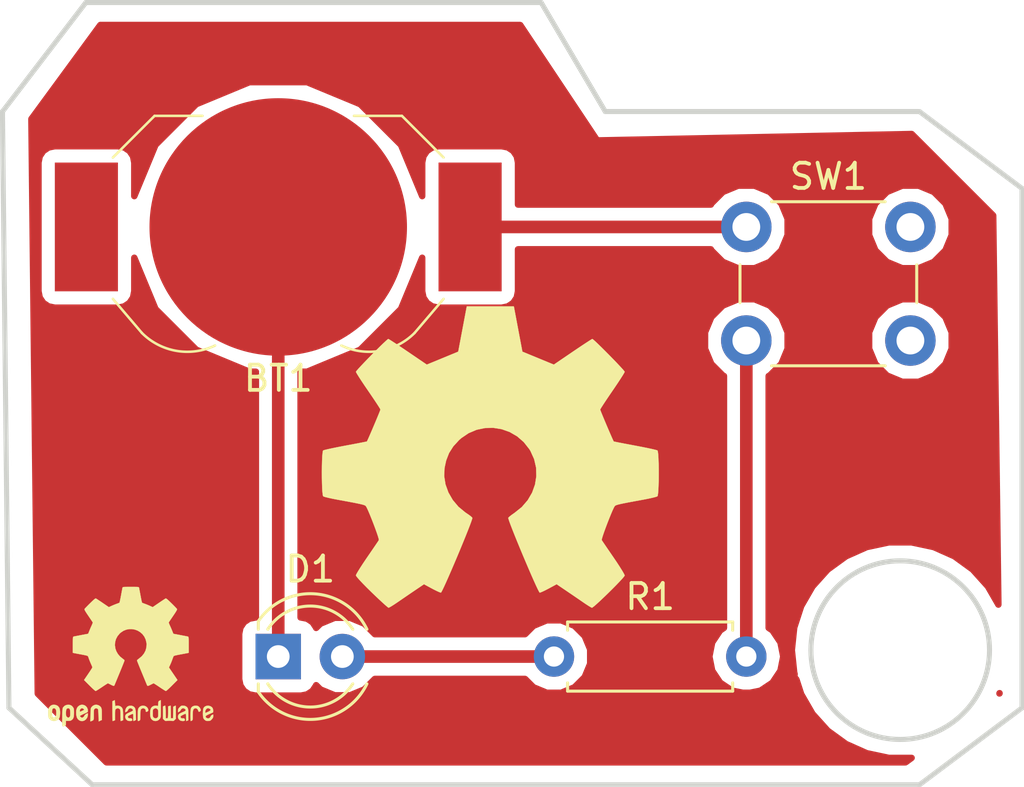
<source format=kicad_pcb>
(kicad_pcb (version 20171130) (host pcbnew 5.0.0-fee4fd1~66~ubuntu18.04.1)

  (general
    (thickness 1.6)
    (drawings 12)
    (tracks 5)
    (zones 0)
    (modules 6)
    (nets 5)
  )

  (page A4)
  (layers
    (0 F.Cu signal)
    (31 B.Cu signal)
    (32 B.Adhes user)
    (33 F.Adhes user)
    (34 B.Paste user)
    (35 F.Paste user)
    (36 B.SilkS user)
    (37 F.SilkS user)
    (38 B.Mask user)
    (39 F.Mask user)
    (40 Dwgs.User user)
    (41 Cmts.User user)
    (42 Eco1.User user)
    (43 Eco2.User user)
    (44 Edge.Cuts user)
    (45 Margin user)
    (46 B.CrtYd user)
    (47 F.CrtYd user)
    (48 B.Fab user)
    (49 F.Fab user)
  )

  (setup
    (last_trace_width 0.5)
    (trace_clearance 0.5)
    (zone_clearance 0.508)
    (zone_45_only no)
    (trace_min 0.5)
    (segment_width 0.2)
    (edge_width 0.2)
    (via_size 0.8)
    (via_drill 0.4)
    (via_min_size 0.4)
    (via_min_drill 0.3)
    (uvia_size 0.3)
    (uvia_drill 0.1)
    (uvias_allowed no)
    (uvia_min_size 0.2)
    (uvia_min_drill 0.1)
    (pcb_text_width 0.3)
    (pcb_text_size 1.5 1.5)
    (mod_edge_width 0.15)
    (mod_text_size 1 1)
    (mod_text_width 0.15)
    (pad_size 1.524 1.524)
    (pad_drill 0.762)
    (pad_to_mask_clearance 0.2)
    (aux_axis_origin 0 0)
    (visible_elements FFFFFF7F)
    (pcbplotparams
      (layerselection 0x010fc_ffffffff)
      (usegerberextensions false)
      (usegerberattributes false)
      (usegerberadvancedattributes false)
      (creategerberjobfile false)
      (excludeedgelayer true)
      (linewidth 0.100000)
      (plotframeref false)
      (viasonmask false)
      (mode 1)
      (useauxorigin false)
      (hpglpennumber 1)
      (hpglpenspeed 20)
      (hpglpendiameter 15.000000)
      (psnegative false)
      (psa4output false)
      (plotreference true)
      (plotvalue true)
      (plotinvisibletext false)
      (padsonsilk false)
      (subtractmaskfromsilk false)
      (outputformat 1)
      (mirror false)
      (drillshape 1)
      (scaleselection 1)
      (outputdirectory ""))
  )

  (net 0 "")
  (net 1 "Net-(BT1-Pad1)")
  (net 2 "Net-(BT1-Pad2)")
  (net 3 "Net-(D1-Pad2)")
  (net 4 "Net-(R1-Pad2)")

  (net_class Default "This is the default net class."
    (clearance 0.5)
    (trace_width 0.5)
    (via_dia 0.8)
    (via_drill 0.4)
    (uvia_dia 0.3)
    (uvia_drill 0.1)
    (diff_pair_gap 0.25)
    (diff_pair_width 0.5)
    (add_net "Net-(BT1-Pad1)")
    (add_net "Net-(BT1-Pad2)")
    (add_net "Net-(D1-Pad2)")
    (add_net "Net-(R1-Pad2)")
  )

  (module Battery:BatteryHolder_LINX_BAT-HLD-012-SMT (layer F.Cu) (tedit 5A2328BA) (tstamp 5B9EB02E)
    (at 122.174 67.056)
    (descr "SMT battery holder for CR1216/1220/1225 ")
    (tags "battery holder coin cell cr1216 cr1220 cr1225")
    (path /5B928D08)
    (attr smd)
    (fp_text reference BT1 (at 0 6) (layer F.SilkS)
      (effects (font (size 1 1) (thickness 0.15)))
    )
    (fp_text value Battery_Cell (at 0 -7) (layer F.Fab)
      (effects (font (size 1 1) (thickness 0.15)))
    )
    (fp_line (start 6.55 2.85) (end 5.4 4.2) (layer F.SilkS) (width 0.1))
    (fp_line (start -6.55 2.85) (end -5.4 4.2) (layer F.SilkS) (width 0.1))
    (fp_line (start -4.9 -4.4) (end -3 -4.4) (layer F.SilkS) (width 0.1))
    (fp_line (start 4.9 -4.4) (end 3 -4.4) (layer F.SilkS) (width 0.1))
    (fp_line (start 4.9 -4.4) (end 6.55 -2.75) (layer F.SilkS) (width 0.1))
    (fp_line (start -6.55 -2.75) (end -4.9 -4.4) (layer F.SilkS) (width 0.1))
    (fp_line (start 6.55 -2.75) (end 6.75 -2.75) (layer F.Fab) (width 0.1))
    (fp_line (start 6.55 -2.75) (end 6.7 -2.9) (layer F.Fab) (width 0.1))
    (fp_line (start 5.05 -4.55) (end 4.9 -4.4) (layer F.Fab) (width 0.1))
    (fp_line (start -5.05 -4.55) (end -4.9 -4.4) (layer F.Fab) (width 0.1))
    (fp_line (start -6.55 -2.75) (end -6.7 -2.9) (layer F.Fab) (width 0.1))
    (fp_line (start -6.75 -2.75) (end -6.55 -2.75) (layer F.Fab) (width 0.1))
    (fp_line (start 6.75 2.85) (end 6.55 2.85) (layer F.Fab) (width 0.1))
    (fp_line (start -6.75 2.85) (end -6.55 2.85) (layer F.Fab) (width 0.1))
    (fp_line (start -3.55 6.75) (end -7.25 3.05) (layer F.CrtYd) (width 0.05))
    (fp_line (start 3.55 6.75) (end 7.25 3.05) (layer F.CrtYd) (width 0.05))
    (fp_line (start -3.55 6.75) (end 3.55 6.75) (layer F.CrtYd) (width 0.05))
    (fp_line (start 9.35 3.05) (end 7.25 3.05) (layer F.CrtYd) (width 0.05))
    (fp_line (start 9.35 -3.05) (end 9.35 3.05) (layer F.CrtYd) (width 0.05))
    (fp_line (start 7.25 -3.05) (end 9.35 -3.05) (layer F.CrtYd) (width 0.05))
    (fp_line (start 3.55 -6.75) (end 7.25 -3.05) (layer F.CrtYd) (width 0.05))
    (fp_line (start -3.55 -6.75) (end 3.55 -6.75) (layer F.CrtYd) (width 0.05))
    (fp_line (start -7.25 -3.05) (end -3.55 -6.75) (layer F.CrtYd) (width 0.05))
    (fp_line (start -9.35 3.05) (end -7.25 3.05) (layer F.CrtYd) (width 0.05))
    (fp_line (start -9.35 -3.05) (end -7.25 -3.05) (layer F.CrtYd) (width 0.05))
    (fp_line (start -9.35 3.05) (end -9.35 -3.05) (layer F.CrtYd) (width 0.05))
    (fp_circle (center 0 0) (end -6.25 0) (layer F.Fab) (width 0.1))
    (fp_arc (start 0 6) (end -1.8 4.2) (angle 90) (layer F.Fab) (width 0.1))
    (fp_arc (start 3.6 2.4) (end 5.4 4.2) (angle 70.55996517) (layer F.SilkS) (width 0.1))
    (fp_line (start 6.55 2.85) (end 5.4 4.2) (layer F.Fab) (width 0.1))
    (fp_line (start -6.55 2.85) (end -5.4 4.2) (layer F.Fab) (width 0.1))
    (fp_line (start -6.55 -2.75) (end -4.9 -4.4) (layer F.Fab) (width 0.1))
    (fp_line (start -6.55 2.85) (end -6.55 -2.75) (layer F.Fab) (width 0.1))
    (fp_line (start 6.55 -2.75) (end 4.9 -4.4) (layer F.Fab) (width 0.1))
    (fp_line (start 6.55 2.85) (end 6.55 -2.75) (layer F.Fab) (width 0.1))
    (fp_line (start 6.7 -2.9) (end 5.05 -4.55) (layer F.Fab) (width 0.1))
    (fp_line (start -6.7 -2.9) (end -5.05 -4.55) (layer F.Fab) (width 0.1))
    (fp_line (start 4.9 -4.4) (end -4.9 -4.4) (layer F.Fab) (width 0.1))
    (fp_line (start 6.75 2.85) (end 6.75 -2.75) (layer F.Fab) (width 0.1))
    (fp_line (start -6.75 2.85) (end -6.75 -2.75) (layer F.Fab) (width 0.1))
    (fp_line (start 7.65 -2.55) (end 6.75 -2.55) (layer F.Fab) (width 0.1))
    (fp_line (start 7.65 -0.55) (end 7.65 -2.55) (layer F.Fab) (width 0.1))
    (fp_line (start 6.75 -0.55) (end 7.65 -0.55) (layer F.Fab) (width 0.1))
    (fp_line (start 7.65 0.55) (end 6.75 0.55) (layer F.Fab) (width 0.1))
    (fp_line (start 7.65 2.55) (end 7.65 0.55) (layer F.Fab) (width 0.1))
    (fp_line (start 6.75 2.55) (end 7.65 2.55) (layer F.Fab) (width 0.1))
    (fp_line (start -7.65 2.55) (end -6.75 2.55) (layer F.Fab) (width 0.1))
    (fp_line (start -7.65 0.55) (end -7.65 2.55) (layer F.Fab) (width 0.1))
    (fp_line (start -6.75 0.55) (end -7.65 0.55) (layer F.Fab) (width 0.1))
    (fp_line (start -7.65 -0.55) (end -6.75 -0.55) (layer F.Fab) (width 0.1))
    (fp_line (start -7.65 -2.55) (end -6.75 -2.55) (layer F.Fab) (width 0.1))
    (fp_line (start -7.65 -2.55) (end -7.65 -0.55) (layer F.Fab) (width 0.1))
    (fp_text user %R (at 0 0) (layer F.Fab)
      (effects (font (size 1 1) (thickness 0.15)))
    )
    (fp_arc (start 3.6 2.4) (end 5.4 4.2) (angle 90) (layer F.Fab) (width 0.1))
    (fp_arc (start -3.6 2.4) (end -1.8 4.2) (angle 90) (layer F.Fab) (width 0.1))
    (fp_arc (start -3.6 2.4) (end -5.4 4.2) (angle -70.5) (layer F.SilkS) (width 0.1))
    (pad 1 smd rect (at -7.6 0) (size 2.5 5.1) (layers F.Cu F.Paste F.Mask)
      (net 1 "Net-(BT1-Pad1)"))
    (pad 1 smd rect (at 7.6 0) (size 2.5 5.1) (layers F.Cu F.Paste F.Mask)
      (net 1 "Net-(BT1-Pad1)"))
    (pad 2 smd circle (at 0 0) (size 10.2 10.2) (layers F.Cu F.Paste F.Mask)
      (net 2 "Net-(BT1-Pad2)"))
    (model ${KISYS3DMOD}/Battery.3dshapes/BatteryHolder_LINX_BAT-HLD-012-SMT.wrl
      (at (xyz 0 0 0))
      (scale (xyz 1 1 1))
      (rotate (xyz 0 0 0))
    )
  )

  (module LED_THT:LED_D4.0mm (layer F.Cu) (tedit 587A3A7B) (tstamp 5B9EB041)
    (at 122.174 84.074)
    (descr "LED, diameter 4.0mm, 2 pins, http://www.kingbright.com/attachments/file/psearch/000/00/00/L-43GD(Ver.12B).pdf")
    (tags "LED diameter 4.0mm 2 pins")
    (path /5B928C57)
    (fp_text reference D1 (at 1.27 -3.46) (layer F.SilkS)
      (effects (font (size 1 1) (thickness 0.15)))
    )
    (fp_text value LED (at 1.27 3.46) (layer F.Fab)
      (effects (font (size 1 1) (thickness 0.15)))
    )
    (fp_arc (start 1.27 0) (end -0.73 -1.32665) (angle 292.9) (layer F.Fab) (width 0.1))
    (fp_arc (start 1.27 0) (end -0.79 -1.398749) (angle 120.1) (layer F.SilkS) (width 0.12))
    (fp_arc (start 1.27 0) (end -0.79 1.398749) (angle -120.1) (layer F.SilkS) (width 0.12))
    (fp_arc (start 1.27 0) (end -0.41333 -1.08) (angle 114.6) (layer F.SilkS) (width 0.12))
    (fp_arc (start 1.27 0) (end -0.41333 1.08) (angle -114.6) (layer F.SilkS) (width 0.12))
    (fp_circle (center 1.27 0) (end 3.27 0) (layer F.Fab) (width 0.1))
    (fp_line (start -0.73 -1.32665) (end -0.73 1.32665) (layer F.Fab) (width 0.1))
    (fp_line (start -0.79 -1.399) (end -0.79 -1.08) (layer F.SilkS) (width 0.12))
    (fp_line (start -0.79 1.08) (end -0.79 1.399) (layer F.SilkS) (width 0.12))
    (fp_line (start -1.45 -2.75) (end -1.45 2.75) (layer F.CrtYd) (width 0.05))
    (fp_line (start -1.45 2.75) (end 4 2.75) (layer F.CrtYd) (width 0.05))
    (fp_line (start 4 2.75) (end 4 -2.75) (layer F.CrtYd) (width 0.05))
    (fp_line (start 4 -2.75) (end -1.45 -2.75) (layer F.CrtYd) (width 0.05))
    (pad 1 thru_hole rect (at 0 0) (size 1.8 1.8) (drill 0.9) (layers *.Cu *.Mask)
      (net 2 "Net-(BT1-Pad2)"))
    (pad 2 thru_hole circle (at 2.54 0) (size 1.8 1.8) (drill 0.9) (layers *.Cu *.Mask)
      (net 3 "Net-(D1-Pad2)"))
    (model ${KISYS3DMOD}/LED_THT.3dshapes/LED_D4.0mm.wrl
      (at (xyz 0 0 0))
      (scale (xyz 1 1 1))
      (rotate (xyz 0 0 0))
    )
  )

  (module Resistor_THT:R_Axial_DIN0207_L6.3mm_D2.5mm_P7.62mm_Horizontal (layer F.Cu) (tedit 5A24F4B6) (tstamp 5B9EB058)
    (at 133.096 84.074)
    (descr "Resistor, Axial_DIN0207 series, Axial, Horizontal, pin pitch=7.62mm, 0.25W = 1/4W, length*diameter=6.3*2.5mm^2, http://cdn-reichelt.de/documents/datenblatt/B400/1_4W%23YAG.pdf")
    (tags "Resistor Axial_DIN0207 series Axial Horizontal pin pitch 7.62mm 0.25W = 1/4W length 6.3mm diameter 2.5mm")
    (path /5B928DA8)
    (fp_text reference R1 (at 3.81 -2.37) (layer F.SilkS)
      (effects (font (size 1 1) (thickness 0.15)))
    )
    (fp_text value R (at 3.81 2.37) (layer F.Fab)
      (effects (font (size 1 1) (thickness 0.15)))
    )
    (fp_line (start 0.66 -1.25) (end 0.66 1.25) (layer F.Fab) (width 0.1))
    (fp_line (start 0.66 1.25) (end 6.96 1.25) (layer F.Fab) (width 0.1))
    (fp_line (start 6.96 1.25) (end 6.96 -1.25) (layer F.Fab) (width 0.1))
    (fp_line (start 6.96 -1.25) (end 0.66 -1.25) (layer F.Fab) (width 0.1))
    (fp_line (start 0 0) (end 0.66 0) (layer F.Fab) (width 0.1))
    (fp_line (start 7.62 0) (end 6.96 0) (layer F.Fab) (width 0.1))
    (fp_line (start 0.54 -1.04) (end 0.54 -1.37) (layer F.SilkS) (width 0.12))
    (fp_line (start 0.54 -1.37) (end 7.08 -1.37) (layer F.SilkS) (width 0.12))
    (fp_line (start 7.08 -1.37) (end 7.08 -1.04) (layer F.SilkS) (width 0.12))
    (fp_line (start 0.54 1.04) (end 0.54 1.37) (layer F.SilkS) (width 0.12))
    (fp_line (start 0.54 1.37) (end 7.08 1.37) (layer F.SilkS) (width 0.12))
    (fp_line (start 7.08 1.37) (end 7.08 1.04) (layer F.SilkS) (width 0.12))
    (fp_line (start -1.05 -1.65) (end -1.05 1.65) (layer F.CrtYd) (width 0.05))
    (fp_line (start -1.05 1.65) (end 8.7 1.65) (layer F.CrtYd) (width 0.05))
    (fp_line (start 8.7 1.65) (end 8.7 -1.65) (layer F.CrtYd) (width 0.05))
    (fp_line (start 8.7 -1.65) (end -1.05 -1.65) (layer F.CrtYd) (width 0.05))
    (fp_text user %R (at 3.81 0) (layer F.Fab)
      (effects (font (size 1 1) (thickness 0.15)))
    )
    (pad 1 thru_hole circle (at 0 0) (size 1.6 1.6) (drill 0.8) (layers *.Cu *.Mask)
      (net 3 "Net-(D1-Pad2)"))
    (pad 2 thru_hole oval (at 7.62 0) (size 1.6 1.6) (drill 0.8) (layers *.Cu *.Mask)
      (net 4 "Net-(R1-Pad2)"))
    (model ${KISYS3DMOD}/Resistor_THT.3dshapes/R_Axial_DIN0207_L6.3mm_D2.5mm_P7.62mm_Horizontal.wrl
      (at (xyz 0 0 0))
      (scale (xyz 1 1 1))
      (rotate (xyz 0 0 0))
    )
  )

  (module Button_Switch_THT:SW_PUSH_6mm_H5mm (layer F.Cu) (tedit 5A02FE31) (tstamp 5B9EB077)
    (at 140.716 67.056)
    (descr "tactile push button, 6x6mm e.g. PHAP33xx series, height=5mm")
    (tags "tact sw push 6mm")
    (path /5B928BCD)
    (fp_text reference SW1 (at 3.25 -2) (layer F.SilkS)
      (effects (font (size 1 1) (thickness 0.15)))
    )
    (fp_text value SW_Push (at 3.75 6.7) (layer F.Fab)
      (effects (font (size 1 1) (thickness 0.15)))
    )
    (fp_text user %R (at 3.25 2.25) (layer F.Fab)
      (effects (font (size 1 1) (thickness 0.15)))
    )
    (fp_line (start 3.25 -0.75) (end 6.25 -0.75) (layer F.Fab) (width 0.1))
    (fp_line (start 6.25 -0.75) (end 6.25 5.25) (layer F.Fab) (width 0.1))
    (fp_line (start 6.25 5.25) (end 0.25 5.25) (layer F.Fab) (width 0.1))
    (fp_line (start 0.25 5.25) (end 0.25 -0.75) (layer F.Fab) (width 0.1))
    (fp_line (start 0.25 -0.75) (end 3.25 -0.75) (layer F.Fab) (width 0.1))
    (fp_line (start 7.75 6) (end 8 6) (layer F.CrtYd) (width 0.05))
    (fp_line (start 8 6) (end 8 5.75) (layer F.CrtYd) (width 0.05))
    (fp_line (start 7.75 -1.5) (end 8 -1.5) (layer F.CrtYd) (width 0.05))
    (fp_line (start 8 -1.5) (end 8 -1.25) (layer F.CrtYd) (width 0.05))
    (fp_line (start -1.5 -1.25) (end -1.5 -1.5) (layer F.CrtYd) (width 0.05))
    (fp_line (start -1.5 -1.5) (end -1.25 -1.5) (layer F.CrtYd) (width 0.05))
    (fp_line (start -1.5 5.75) (end -1.5 6) (layer F.CrtYd) (width 0.05))
    (fp_line (start -1.5 6) (end -1.25 6) (layer F.CrtYd) (width 0.05))
    (fp_line (start -1.25 -1.5) (end 7.75 -1.5) (layer F.CrtYd) (width 0.05))
    (fp_line (start -1.5 5.75) (end -1.5 -1.25) (layer F.CrtYd) (width 0.05))
    (fp_line (start 7.75 6) (end -1.25 6) (layer F.CrtYd) (width 0.05))
    (fp_line (start 8 -1.25) (end 8 5.75) (layer F.CrtYd) (width 0.05))
    (fp_line (start 1 5.5) (end 5.5 5.5) (layer F.SilkS) (width 0.12))
    (fp_line (start -0.25 1.5) (end -0.25 3) (layer F.SilkS) (width 0.12))
    (fp_line (start 5.5 -1) (end 1 -1) (layer F.SilkS) (width 0.12))
    (fp_line (start 6.75 3) (end 6.75 1.5) (layer F.SilkS) (width 0.12))
    (fp_circle (center 3.25 2.25) (end 1.25 2.5) (layer F.Fab) (width 0.1))
    (pad 2 thru_hole circle (at 0 4.5 90) (size 2 2) (drill 1.1) (layers *.Cu *.Mask)
      (net 4 "Net-(R1-Pad2)"))
    (pad 1 thru_hole circle (at 0 0 90) (size 2 2) (drill 1.1) (layers *.Cu *.Mask)
      (net 1 "Net-(BT1-Pad1)"))
    (pad 2 thru_hole circle (at 6.5 4.5 90) (size 2 2) (drill 1.1) (layers *.Cu *.Mask)
      (net 4 "Net-(R1-Pad2)"))
    (pad 1 thru_hole circle (at 6.5 0 90) (size 2 2) (drill 1.1) (layers *.Cu *.Mask)
      (net 1 "Net-(BT1-Pad1)"))
    (model ${KISYS3DMOD}/Button_Switch_THT.3dshapes/SW_PUSH_6mm_H5mm.wrl
      (at (xyz 0 0 0))
      (scale (xyz 1 1 1))
      (rotate (xyz 0 0 0))
    )
  )

  (module Symbol:OSHW-Logo2_7.3x6mm_SilkScreen (layer F.Cu) (tedit 0) (tstamp 5BA051DE)
    (at 116.332 84.074)
    (descr "Open Source Hardware Symbol")
    (tags "Logo Symbol OSHW")
    (attr virtual)
    (fp_text reference REF** (at 0 0) (layer F.SilkS) hide
      (effects (font (size 1 1) (thickness 0.15)))
    )
    (fp_text value OSHW-Logo2_7.3x6mm_SilkScreen (at 0.75 0) (layer F.Fab) hide
      (effects (font (size 1 1) (thickness 0.15)))
    )
    (fp_poly (pts (xy 0.10391 -2.757652) (xy 0.182454 -2.757222) (xy 0.239298 -2.756058) (xy 0.278105 -2.753793)
      (xy 0.302538 -2.75006) (xy 0.316262 -2.744494) (xy 0.32294 -2.736727) (xy 0.326236 -2.726395)
      (xy 0.326556 -2.725057) (xy 0.331562 -2.700921) (xy 0.340829 -2.653299) (xy 0.353392 -2.587259)
      (xy 0.368287 -2.507872) (xy 0.384551 -2.420204) (xy 0.385119 -2.417125) (xy 0.40141 -2.331211)
      (xy 0.416652 -2.255304) (xy 0.429861 -2.193955) (xy 0.440054 -2.151718) (xy 0.446248 -2.133145)
      (xy 0.446543 -2.132816) (xy 0.464788 -2.123747) (xy 0.502405 -2.108633) (xy 0.551271 -2.090738)
      (xy 0.551543 -2.090642) (xy 0.613093 -2.067507) (xy 0.685657 -2.038035) (xy 0.754057 -2.008403)
      (xy 0.757294 -2.006938) (xy 0.868702 -1.956374) (xy 1.115399 -2.12484) (xy 1.191077 -2.176197)
      (xy 1.259631 -2.222111) (xy 1.317088 -2.25997) (xy 1.359476 -2.287163) (xy 1.382825 -2.301079)
      (xy 1.385042 -2.302111) (xy 1.40201 -2.297516) (xy 1.433701 -2.275345) (xy 1.481352 -2.234553)
      (xy 1.546198 -2.174095) (xy 1.612397 -2.109773) (xy 1.676214 -2.046388) (xy 1.733329 -1.988549)
      (xy 1.780305 -1.939825) (xy 1.813703 -1.90379) (xy 1.830085 -1.884016) (xy 1.830694 -1.882998)
      (xy 1.832505 -1.869428) (xy 1.825683 -1.847267) (xy 1.80854 -1.813522) (xy 1.779393 -1.7652)
      (xy 1.736555 -1.699308) (xy 1.679448 -1.614483) (xy 1.628766 -1.539823) (xy 1.583461 -1.47286)
      (xy 1.54615 -1.417484) (xy 1.519452 -1.37758) (xy 1.505985 -1.357038) (xy 1.505137 -1.355644)
      (xy 1.506781 -1.335962) (xy 1.519245 -1.297707) (xy 1.540048 -1.248111) (xy 1.547462 -1.232272)
      (xy 1.579814 -1.16171) (xy 1.614328 -1.081647) (xy 1.642365 -1.012371) (xy 1.662568 -0.960955)
      (xy 1.678615 -0.921881) (xy 1.687888 -0.901459) (xy 1.689041 -0.899886) (xy 1.706096 -0.897279)
      (xy 1.746298 -0.890137) (xy 1.804302 -0.879477) (xy 1.874763 -0.866315) (xy 1.952335 -0.851667)
      (xy 2.031672 -0.836551) (xy 2.107431 -0.821982) (xy 2.174264 -0.808978) (xy 2.226828 -0.798555)
      (xy 2.259776 -0.79173) (xy 2.267857 -0.789801) (xy 2.276205 -0.785038) (xy 2.282506 -0.774282)
      (xy 2.287045 -0.753902) (xy 2.290104 -0.720266) (xy 2.291967 -0.669745) (xy 2.292918 -0.598708)
      (xy 2.29324 -0.503524) (xy 2.293257 -0.464508) (xy 2.293257 -0.147201) (xy 2.217057 -0.132161)
      (xy 2.174663 -0.124005) (xy 2.1114 -0.112101) (xy 2.034962 -0.097884) (xy 1.953043 -0.08279)
      (xy 1.9304 -0.078645) (xy 1.854806 -0.063947) (xy 1.788953 -0.049495) (xy 1.738366 -0.036625)
      (xy 1.708574 -0.026678) (xy 1.703612 -0.023713) (xy 1.691426 -0.002717) (xy 1.673953 0.037967)
      (xy 1.654577 0.090322) (xy 1.650734 0.1016) (xy 1.625339 0.171523) (xy 1.593817 0.250418)
      (xy 1.562969 0.321266) (xy 1.562817 0.321595) (xy 1.511447 0.432733) (xy 1.680399 0.681253)
      (xy 1.849352 0.929772) (xy 1.632429 1.147058) (xy 1.566819 1.211726) (xy 1.506979 1.268733)
      (xy 1.456267 1.315033) (xy 1.418046 1.347584) (xy 1.395675 1.363343) (xy 1.392466 1.364343)
      (xy 1.373626 1.356469) (xy 1.33518 1.334578) (xy 1.28133 1.301267) (xy 1.216276 1.259131)
      (xy 1.14594 1.211943) (xy 1.074555 1.16381) (xy 1.010908 1.121928) (xy 0.959041 1.088871)
      (xy 0.922995 1.067218) (xy 0.906867 1.059543) (xy 0.887189 1.066037) (xy 0.849875 1.08315)
      (xy 0.802621 1.107326) (xy 0.797612 1.110013) (xy 0.733977 1.141927) (xy 0.690341 1.157579)
      (xy 0.663202 1.157745) (xy 0.649057 1.143204) (xy 0.648975 1.143) (xy 0.641905 1.125779)
      (xy 0.625042 1.084899) (xy 0.599695 1.023525) (xy 0.567171 0.944819) (xy 0.528778 0.851947)
      (xy 0.485822 0.748072) (xy 0.444222 0.647502) (xy 0.398504 0.536516) (xy 0.356526 0.433703)
      (xy 0.319548 0.342215) (xy 0.288827 0.265201) (xy 0.265622 0.205815) (xy 0.25119 0.167209)
      (xy 0.246743 0.1528) (xy 0.257896 0.136272) (xy 0.287069 0.10993) (xy 0.325971 0.080887)
      (xy 0.436757 -0.010961) (xy 0.523351 -0.116241) (xy 0.584716 -0.232734) (xy 0.619815 -0.358224)
      (xy 0.627608 -0.490493) (xy 0.621943 -0.551543) (xy 0.591078 -0.678205) (xy 0.53792 -0.790059)
      (xy 0.465767 -0.885999) (xy 0.377917 -0.964924) (xy 0.277665 -1.02573) (xy 0.16831 -1.067313)
      (xy 0.053147 -1.088572) (xy -0.064525 -1.088401) (xy -0.18141 -1.065699) (xy -0.294211 -1.019362)
      (xy -0.399631 -0.948287) (xy -0.443632 -0.908089) (xy -0.528021 -0.804871) (xy -0.586778 -0.692075)
      (xy -0.620296 -0.57299) (xy -0.628965 -0.450905) (xy -0.613177 -0.329107) (xy -0.573322 -0.210884)
      (xy -0.509793 -0.099525) (xy -0.422979 0.001684) (xy -0.325971 0.080887) (xy -0.285563 0.111162)
      (xy -0.257018 0.137219) (xy -0.246743 0.152825) (xy -0.252123 0.169843) (xy -0.267425 0.2105)
      (xy -0.291388 0.271642) (xy -0.322756 0.350119) (xy -0.360268 0.44278) (xy -0.402667 0.546472)
      (xy -0.444337 0.647526) (xy -0.49031 0.758607) (xy -0.532893 0.861541) (xy -0.570779 0.953165)
      (xy -0.60266 1.030316) (xy -0.627229 1.089831) (xy -0.64318 1.128544) (xy -0.64909 1.143)
      (xy -0.663052 1.157685) (xy -0.69006 1.157642) (xy -0.733587 1.142099) (xy -0.79711 1.110284)
      (xy -0.797612 1.110013) (xy -0.84544 1.085323) (xy -0.884103 1.067338) (xy -0.905905 1.059614)
      (xy -0.906867 1.059543) (xy -0.923279 1.067378) (xy -0.959513 1.089165) (xy -1.011526 1.122328)
      (xy -1.075275 1.164291) (xy -1.14594 1.211943) (xy -1.217884 1.260191) (xy -1.282726 1.302151)
      (xy -1.336265 1.335227) (xy -1.374303 1.356821) (xy -1.392467 1.364343) (xy -1.409192 1.354457)
      (xy -1.44282 1.326826) (xy -1.48999 1.284495) (xy -1.547342 1.230505) (xy -1.611516 1.167899)
      (xy -1.632503 1.146983) (xy -1.849501 0.929623) (xy -1.684332 0.68722) (xy -1.634136 0.612781)
      (xy -1.590081 0.545972) (xy -1.554638 0.490665) (xy -1.530281 0.450729) (xy -1.519478 0.430036)
      (xy -1.519162 0.428563) (xy -1.524857 0.409058) (xy -1.540174 0.369822) (xy -1.562463 0.31743)
      (xy -1.578107 0.282355) (xy -1.607359 0.215201) (xy -1.634906 0.147358) (xy -1.656263 0.090034)
      (xy -1.662065 0.072572) (xy -1.678548 0.025938) (xy -1.69466 -0.010095) (xy -1.70351 -0.023713)
      (xy -1.72304 -0.032048) (xy -1.765666 -0.043863) (xy -1.825855 -0.057819) (xy -1.898078 -0.072578)
      (xy -1.9304 -0.078645) (xy -2.012478 -0.093727) (xy -2.091205 -0.108331) (xy -2.158891 -0.12102)
      (xy -2.20784 -0.130358) (xy -2.217057 -0.132161) (xy -2.293257 -0.147201) (xy -2.293257 -0.464508)
      (xy -2.293086 -0.568846) (xy -2.292384 -0.647787) (xy -2.290866 -0.704962) (xy -2.288251 -0.744001)
      (xy -2.284254 -0.768535) (xy -2.278591 -0.782195) (xy -2.27098 -0.788611) (xy -2.267857 -0.789801)
      (xy -2.249022 -0.79402) (xy -2.207412 -0.802438) (xy -2.14837 -0.814039) (xy -2.077243 -0.827805)
      (xy -1.999375 -0.84272) (xy -1.920113 -0.857768) (xy -1.844802 -0.871931) (xy -1.778787 -0.884194)
      (xy -1.727413 -0.893539) (xy -1.696025 -0.89895) (xy -1.689041 -0.899886) (xy -1.682715 -0.912404)
      (xy -1.66871 -0.945754) (xy -1.649645 -0.993623) (xy -1.642366 -1.012371) (xy -1.613004 -1.084805)
      (xy -1.578429 -1.16483) (xy -1.547463 -1.232272) (xy -1.524677 -1.283841) (xy -1.509518 -1.326215)
      (xy -1.504458 -1.352166) (xy -1.505264 -1.355644) (xy -1.515959 -1.372064) (xy -1.54038 -1.408583)
      (xy -1.575905 -1.461313) (xy -1.619913 -1.526365) (xy -1.669783 -1.599849) (xy -1.679644 -1.614355)
      (xy -1.737508 -1.700296) (xy -1.780044 -1.765739) (xy -1.808946 -1.813696) (xy -1.82591 -1.84718)
      (xy -1.832633 -1.869205) (xy -1.83081 -1.882783) (xy -1.830764 -1.882869) (xy -1.816414 -1.900703)
      (xy -1.784677 -1.935183) (xy -1.73899 -1.982732) (xy -1.682796 -2.039778) (xy -1.619532 -2.102745)
      (xy -1.612398 -2.109773) (xy -1.53267 -2.18698) (xy -1.471143 -2.24367) (xy -1.426579 -2.28089)
      (xy -1.397743 -2.299685) (xy -1.385042 -2.302111) (xy -1.366506 -2.291529) (xy -1.328039 -2.267084)
      (xy -1.273614 -2.231388) (xy -1.207202 -2.187053) (xy -1.132775 -2.136689) (xy -1.115399 -2.12484)
      (xy -0.868703 -1.956374) (xy -0.757294 -2.006938) (xy -0.689543 -2.036405) (xy -0.616817 -2.066041)
      (xy -0.554297 -2.08967) (xy -0.551543 -2.090642) (xy -0.50264 -2.108543) (xy -0.464943 -2.12368)
      (xy -0.446575 -2.13279) (xy -0.446544 -2.132816) (xy -0.440715 -2.149283) (xy -0.430808 -2.189781)
      (xy -0.417805 -2.249758) (xy -0.402691 -2.32466) (xy -0.386448 -2.409936) (xy -0.385119 -2.417125)
      (xy -0.368825 -2.504986) (xy -0.353867 -2.58474) (xy -0.341209 -2.651319) (xy -0.331814 -2.699653)
      (xy -0.326646 -2.724675) (xy -0.326556 -2.725057) (xy -0.323411 -2.735701) (xy -0.317296 -2.743738)
      (xy -0.304547 -2.749533) (xy -0.2815 -2.753453) (xy -0.244491 -2.755865) (xy -0.189856 -2.757135)
      (xy -0.113933 -2.757629) (xy -0.013056 -2.757714) (xy 0 -2.757714) (xy 0.10391 -2.757652)) (layer F.SilkS) (width 0.01))
    (fp_poly (pts (xy 3.153595 1.966966) (xy 3.211021 2.004497) (xy 3.238719 2.038096) (xy 3.260662 2.099064)
      (xy 3.262405 2.147308) (xy 3.258457 2.211816) (xy 3.109686 2.276934) (xy 3.037349 2.310202)
      (xy 2.990084 2.336964) (xy 2.965507 2.360144) (xy 2.961237 2.382667) (xy 2.974889 2.407455)
      (xy 2.989943 2.423886) (xy 3.033746 2.450235) (xy 3.081389 2.452081) (xy 3.125145 2.431546)
      (xy 3.157289 2.390752) (xy 3.163038 2.376347) (xy 3.190576 2.331356) (xy 3.222258 2.312182)
      (xy 3.265714 2.295779) (xy 3.265714 2.357966) (xy 3.261872 2.400283) (xy 3.246823 2.435969)
      (xy 3.21528 2.476943) (xy 3.210592 2.482267) (xy 3.175506 2.51872) (xy 3.145347 2.538283)
      (xy 3.107615 2.547283) (xy 3.076335 2.55023) (xy 3.020385 2.550965) (xy 2.980555 2.54166)
      (xy 2.955708 2.527846) (xy 2.916656 2.497467) (xy 2.889625 2.464613) (xy 2.872517 2.423294)
      (xy 2.863238 2.367521) (xy 2.859693 2.291305) (xy 2.85941 2.252622) (xy 2.860372 2.206247)
      (xy 2.948007 2.206247) (xy 2.949023 2.231126) (xy 2.951556 2.2352) (xy 2.968274 2.229665)
      (xy 3.004249 2.215017) (xy 3.052331 2.19419) (xy 3.062386 2.189714) (xy 3.123152 2.158814)
      (xy 3.156632 2.131657) (xy 3.16399 2.10622) (xy 3.146391 2.080481) (xy 3.131856 2.069109)
      (xy 3.07941 2.046364) (xy 3.030322 2.050122) (xy 2.989227 2.077884) (xy 2.960758 2.127152)
      (xy 2.951631 2.166257) (xy 2.948007 2.206247) (xy 2.860372 2.206247) (xy 2.861285 2.162249)
      (xy 2.868196 2.095384) (xy 2.881884 2.046695) (xy 2.904096 2.010849) (xy 2.936574 1.982513)
      (xy 2.950733 1.973355) (xy 3.015053 1.949507) (xy 3.085473 1.948006) (xy 3.153595 1.966966)) (layer F.SilkS) (width 0.01))
    (fp_poly (pts (xy 2.6526 1.958752) (xy 2.669948 1.966334) (xy 2.711356 1.999128) (xy 2.746765 2.046547)
      (xy 2.768664 2.097151) (xy 2.772229 2.122098) (xy 2.760279 2.156927) (xy 2.734067 2.175357)
      (xy 2.705964 2.186516) (xy 2.693095 2.188572) (xy 2.686829 2.173649) (xy 2.674456 2.141175)
      (xy 2.669028 2.126502) (xy 2.63859 2.075744) (xy 2.59452 2.050427) (xy 2.53801 2.051206)
      (xy 2.533825 2.052203) (xy 2.503655 2.066507) (xy 2.481476 2.094393) (xy 2.466327 2.139287)
      (xy 2.45725 2.204615) (xy 2.453286 2.293804) (xy 2.452914 2.341261) (xy 2.45273 2.416071)
      (xy 2.451522 2.467069) (xy 2.448309 2.499471) (xy 2.442109 2.518495) (xy 2.43194 2.529356)
      (xy 2.416819 2.537272) (xy 2.415946 2.53767) (xy 2.386828 2.549981) (xy 2.372403 2.554514)
      (xy 2.370186 2.540809) (xy 2.368289 2.502925) (xy 2.366847 2.445715) (xy 2.365998 2.374027)
      (xy 2.365829 2.321565) (xy 2.366692 2.220047) (xy 2.37007 2.143032) (xy 2.377142 2.086023)
      (xy 2.389088 2.044526) (xy 2.40709 2.014043) (xy 2.432327 1.99008) (xy 2.457247 1.973355)
      (xy 2.517171 1.951097) (xy 2.586911 1.946076) (xy 2.6526 1.958752)) (layer F.SilkS) (width 0.01))
    (fp_poly (pts (xy 2.144876 1.956335) (xy 2.186667 1.975344) (xy 2.219469 1.998378) (xy 2.243503 2.024133)
      (xy 2.260097 2.057358) (xy 2.270577 2.1028) (xy 2.276271 2.165207) (xy 2.278507 2.249327)
      (xy 2.278743 2.304721) (xy 2.278743 2.520826) (xy 2.241774 2.53767) (xy 2.212656 2.549981)
      (xy 2.198231 2.554514) (xy 2.195472 2.541025) (xy 2.193282 2.504653) (xy 2.191942 2.451542)
      (xy 2.191657 2.409372) (xy 2.190434 2.348447) (xy 2.187136 2.300115) (xy 2.182321 2.270518)
      (xy 2.178496 2.264229) (xy 2.152783 2.270652) (xy 2.112418 2.287125) (xy 2.065679 2.309458)
      (xy 2.020845 2.333457) (xy 1.986193 2.35493) (xy 1.970002 2.369685) (xy 1.969938 2.369845)
      (xy 1.97133 2.397152) (xy 1.983818 2.423219) (xy 2.005743 2.444392) (xy 2.037743 2.451474)
      (xy 2.065092 2.450649) (xy 2.103826 2.450042) (xy 2.124158 2.459116) (xy 2.136369 2.483092)
      (xy 2.137909 2.487613) (xy 2.143203 2.521806) (xy 2.129047 2.542568) (xy 2.092148 2.552462)
      (xy 2.052289 2.554292) (xy 1.980562 2.540727) (xy 1.943432 2.521355) (xy 1.897576 2.475845)
      (xy 1.873256 2.419983) (xy 1.871073 2.360957) (xy 1.891629 2.305953) (xy 1.922549 2.271486)
      (xy 1.95342 2.252189) (xy 2.001942 2.227759) (xy 2.058485 2.202985) (xy 2.06791 2.199199)
      (xy 2.130019 2.171791) (xy 2.165822 2.147634) (xy 2.177337 2.123619) (xy 2.16658 2.096635)
      (xy 2.148114 2.075543) (xy 2.104469 2.049572) (xy 2.056446 2.047624) (xy 2.012406 2.067637)
      (xy 1.980709 2.107551) (xy 1.976549 2.117848) (xy 1.952327 2.155724) (xy 1.916965 2.183842)
      (xy 1.872343 2.206917) (xy 1.872343 2.141485) (xy 1.874969 2.101506) (xy 1.88623 2.069997)
      (xy 1.911199 2.036378) (xy 1.935169 2.010484) (xy 1.972441 1.973817) (xy 2.001401 1.954121)
      (xy 2.032505 1.94622) (xy 2.067713 1.944914) (xy 2.144876 1.956335)) (layer F.SilkS) (width 0.01))
    (fp_poly (pts (xy 1.779833 1.958663) (xy 1.782048 1.99685) (xy 1.783784 2.054886) (xy 1.784899 2.12818)
      (xy 1.785257 2.205055) (xy 1.785257 2.465196) (xy 1.739326 2.511127) (xy 1.707675 2.539429)
      (xy 1.67989 2.550893) (xy 1.641915 2.550168) (xy 1.62684 2.548321) (xy 1.579726 2.542948)
      (xy 1.540756 2.539869) (xy 1.531257 2.539585) (xy 1.499233 2.541445) (xy 1.453432 2.546114)
      (xy 1.435674 2.548321) (xy 1.392057 2.551735) (xy 1.362745 2.54432) (xy 1.33368 2.521427)
      (xy 1.323188 2.511127) (xy 1.277257 2.465196) (xy 1.277257 1.978602) (xy 1.314226 1.961758)
      (xy 1.346059 1.949282) (xy 1.364683 1.944914) (xy 1.369458 1.958718) (xy 1.373921 1.997286)
      (xy 1.377775 2.056356) (xy 1.380722 2.131663) (xy 1.382143 2.195286) (xy 1.386114 2.445657)
      (xy 1.420759 2.450556) (xy 1.452268 2.447131) (xy 1.467708 2.436041) (xy 1.472023 2.415308)
      (xy 1.475708 2.371145) (xy 1.478469 2.309146) (xy 1.480012 2.234909) (xy 1.480235 2.196706)
      (xy 1.480457 1.976783) (xy 1.526166 1.960849) (xy 1.558518 1.950015) (xy 1.576115 1.944962)
      (xy 1.576623 1.944914) (xy 1.578388 1.958648) (xy 1.580329 1.99673) (xy 1.582282 2.054482)
      (xy 1.584084 2.127227) (xy 1.585343 2.195286) (xy 1.589314 2.445657) (xy 1.6764 2.445657)
      (xy 1.680396 2.21724) (xy 1.684392 1.988822) (xy 1.726847 1.966868) (xy 1.758192 1.951793)
      (xy 1.776744 1.944951) (xy 1.777279 1.944914) (xy 1.779833 1.958663)) (layer F.SilkS) (width 0.01))
    (fp_poly (pts (xy 1.190117 2.065358) (xy 1.189933 2.173837) (xy 1.189219 2.257287) (xy 1.187675 2.319704)
      (xy 1.185001 2.365085) (xy 1.180894 2.397429) (xy 1.175055 2.420733) (xy 1.167182 2.438995)
      (xy 1.161221 2.449418) (xy 1.111855 2.505945) (xy 1.049264 2.541377) (xy 0.980013 2.55409)
      (xy 0.910668 2.542463) (xy 0.869375 2.521568) (xy 0.826025 2.485422) (xy 0.796481 2.441276)
      (xy 0.778655 2.383462) (xy 0.770463 2.306313) (xy 0.769302 2.249714) (xy 0.769458 2.245647)
      (xy 0.870857 2.245647) (xy 0.871476 2.31055) (xy 0.874314 2.353514) (xy 0.88084 2.381622)
      (xy 0.892523 2.401953) (xy 0.906483 2.417288) (xy 0.953365 2.44689) (xy 1.003701 2.449419)
      (xy 1.051276 2.424705) (xy 1.054979 2.421356) (xy 1.070783 2.403935) (xy 1.080693 2.383209)
      (xy 1.086058 2.352362) (xy 1.088228 2.304577) (xy 1.088571 2.251748) (xy 1.087827 2.185381)
      (xy 1.084748 2.141106) (xy 1.078061 2.112009) (xy 1.066496 2.091173) (xy 1.057013 2.080107)
      (xy 1.01296 2.052198) (xy 0.962224 2.048843) (xy 0.913796 2.070159) (xy 0.90445 2.078073)
      (xy 0.88854 2.095647) (xy 0.87861 2.116587) (xy 0.873278 2.147782) (xy 0.871163 2.196122)
      (xy 0.870857 2.245647) (xy 0.769458 2.245647) (xy 0.77281 2.158568) (xy 0.784726 2.090086)
      (xy 0.807135 2.0386) (xy 0.842124 1.998443) (xy 0.869375 1.977861) (xy 0.918907 1.955625)
      (xy 0.976316 1.945304) (xy 1.029682 1.948067) (xy 1.059543 1.959212) (xy 1.071261 1.962383)
      (xy 1.079037 1.950557) (xy 1.084465 1.918866) (xy 1.088571 1.870593) (xy 1.093067 1.816829)
      (xy 1.099313 1.784482) (xy 1.110676 1.765985) (xy 1.130528 1.75377) (xy 1.143 1.748362)
      (xy 1.190171 1.728601) (xy 1.190117 2.065358)) (layer F.SilkS) (width 0.01))
    (fp_poly (pts (xy 0.529926 1.949755) (xy 0.595858 1.974084) (xy 0.649273 2.017117) (xy 0.670164 2.047409)
      (xy 0.692939 2.102994) (xy 0.692466 2.143186) (xy 0.668562 2.170217) (xy 0.659717 2.174813)
      (xy 0.62153 2.189144) (xy 0.602028 2.185472) (xy 0.595422 2.161407) (xy 0.595086 2.148114)
      (xy 0.582992 2.09921) (xy 0.551471 2.064999) (xy 0.507659 2.048476) (xy 0.458695 2.052634)
      (xy 0.418894 2.074227) (xy 0.40545 2.086544) (xy 0.395921 2.101487) (xy 0.389485 2.124075)
      (xy 0.385317 2.159328) (xy 0.382597 2.212266) (xy 0.380502 2.287907) (xy 0.37996 2.311857)
      (xy 0.377981 2.39379) (xy 0.375731 2.451455) (xy 0.372357 2.489608) (xy 0.367006 2.513004)
      (xy 0.358824 2.526398) (xy 0.346959 2.534545) (xy 0.339362 2.538144) (xy 0.307102 2.550452)
      (xy 0.288111 2.554514) (xy 0.281836 2.540948) (xy 0.278006 2.499934) (xy 0.2766 2.430999)
      (xy 0.277598 2.333669) (xy 0.277908 2.318657) (xy 0.280101 2.229859) (xy 0.282693 2.165019)
      (xy 0.286382 2.119067) (xy 0.291864 2.086935) (xy 0.299835 2.063553) (xy 0.310993 2.043852)
      (xy 0.31683 2.03541) (xy 0.350296 1.998057) (xy 0.387727 1.969003) (xy 0.392309 1.966467)
      (xy 0.459426 1.946443) (xy 0.529926 1.949755)) (layer F.SilkS) (width 0.01))
    (fp_poly (pts (xy 0.039744 1.950968) (xy 0.096616 1.972087) (xy 0.097267 1.972493) (xy 0.13244 1.99838)
      (xy 0.158407 2.028633) (xy 0.17667 2.068058) (xy 0.188732 2.121462) (xy 0.196096 2.193651)
      (xy 0.200264 2.289432) (xy 0.200629 2.303078) (xy 0.205876 2.508842) (xy 0.161716 2.531678)
      (xy 0.129763 2.54711) (xy 0.11047 2.554423) (xy 0.109578 2.554514) (xy 0.106239 2.541022)
      (xy 0.103587 2.504626) (xy 0.101956 2.451452) (xy 0.1016 2.408393) (xy 0.101592 2.338641)
      (xy 0.098403 2.294837) (xy 0.087288 2.273944) (xy 0.063501 2.272925) (xy 0.022296 2.288741)
      (xy -0.039914 2.317815) (xy -0.085659 2.341963) (xy -0.109187 2.362913) (xy -0.116104 2.385747)
      (xy -0.116114 2.386877) (xy -0.104701 2.426212) (xy -0.070908 2.447462) (xy -0.019191 2.450539)
      (xy 0.018061 2.450006) (xy 0.037703 2.460735) (xy 0.049952 2.486505) (xy 0.057002 2.519337)
      (xy 0.046842 2.537966) (xy 0.043017 2.540632) (xy 0.007001 2.55134) (xy -0.043434 2.552856)
      (xy -0.095374 2.545759) (xy -0.132178 2.532788) (xy -0.183062 2.489585) (xy -0.211986 2.429446)
      (xy -0.217714 2.382462) (xy -0.213343 2.340082) (xy -0.197525 2.305488) (xy -0.166203 2.274763)
      (xy -0.115322 2.24399) (xy -0.040824 2.209252) (xy -0.036286 2.207288) (xy 0.030821 2.176287)
      (xy 0.072232 2.150862) (xy 0.089981 2.128014) (xy 0.086107 2.104745) (xy 0.062643 2.078056)
      (xy 0.055627 2.071914) (xy 0.00863 2.0481) (xy -0.040067 2.049103) (xy -0.082478 2.072451)
      (xy -0.110616 2.115675) (xy -0.113231 2.12416) (xy -0.138692 2.165308) (xy -0.170999 2.185128)
      (xy -0.217714 2.20477) (xy -0.217714 2.15395) (xy -0.203504 2.080082) (xy -0.161325 2.012327)
      (xy -0.139376 1.989661) (xy -0.089483 1.960569) (xy -0.026033 1.9474) (xy 0.039744 1.950968)) (layer F.SilkS) (width 0.01))
    (fp_poly (pts (xy -0.624114 1.851289) (xy -0.619861 1.910613) (xy -0.614975 1.945572) (xy -0.608205 1.96082)
      (xy -0.598298 1.961015) (xy -0.595086 1.959195) (xy -0.552356 1.946015) (xy -0.496773 1.946785)
      (xy -0.440263 1.960333) (xy -0.404918 1.977861) (xy -0.368679 2.005861) (xy -0.342187 2.037549)
      (xy -0.324001 2.077813) (xy -0.312678 2.131543) (xy -0.306778 2.203626) (xy -0.304857 2.298951)
      (xy -0.304823 2.317237) (xy -0.3048 2.522646) (xy -0.350509 2.53858) (xy -0.382973 2.54942)
      (xy -0.400785 2.554468) (xy -0.401309 2.554514) (xy -0.403063 2.540828) (xy -0.404556 2.503076)
      (xy -0.405674 2.446224) (xy -0.406303 2.375234) (xy -0.4064 2.332073) (xy -0.406602 2.246973)
      (xy -0.407642 2.185981) (xy -0.410169 2.144177) (xy -0.414836 2.116642) (xy -0.422293 2.098456)
      (xy -0.433189 2.084698) (xy -0.439993 2.078073) (xy -0.486728 2.051375) (xy -0.537728 2.049375)
      (xy -0.583999 2.071955) (xy -0.592556 2.080107) (xy -0.605107 2.095436) (xy -0.613812 2.113618)
      (xy -0.619369 2.139909) (xy -0.622474 2.179562) (xy -0.623824 2.237832) (xy -0.624114 2.318173)
      (xy -0.624114 2.522646) (xy -0.669823 2.53858) (xy -0.702287 2.54942) (xy -0.720099 2.554468)
      (xy -0.720623 2.554514) (xy -0.721963 2.540623) (xy -0.723172 2.501439) (xy -0.724199 2.4407)
      (xy -0.724998 2.362141) (xy -0.725519 2.269498) (xy -0.725714 2.166509) (xy -0.725714 1.769342)
      (xy -0.678543 1.749444) (xy -0.631371 1.729547) (xy -0.624114 1.851289)) (layer F.SilkS) (width 0.01))
    (fp_poly (pts (xy -1.831697 1.931239) (xy -1.774473 1.969735) (xy -1.730251 2.025335) (xy -1.703833 2.096086)
      (xy -1.69849 2.148162) (xy -1.699097 2.169893) (xy -1.704178 2.186531) (xy -1.718145 2.201437)
      (xy -1.745411 2.217973) (xy -1.790388 2.239498) (xy -1.857489 2.269374) (xy -1.857829 2.269524)
      (xy -1.919593 2.297813) (xy -1.970241 2.322933) (xy -2.004596 2.342179) (xy -2.017482 2.352848)
      (xy -2.017486 2.352934) (xy -2.006128 2.376166) (xy -1.979569 2.401774) (xy -1.949077 2.420221)
      (xy -1.93363 2.423886) (xy -1.891485 2.411212) (xy -1.855192 2.379471) (xy -1.837483 2.344572)
      (xy -1.820448 2.318845) (xy -1.787078 2.289546) (xy -1.747851 2.264235) (xy -1.713244 2.250471)
      (xy -1.706007 2.249714) (xy -1.697861 2.26216) (xy -1.69737 2.293972) (xy -1.703357 2.336866)
      (xy -1.714643 2.382558) (xy -1.73005 2.422761) (xy -1.730829 2.424322) (xy -1.777196 2.489062)
      (xy -1.837289 2.533097) (xy -1.905535 2.554711) (xy -1.976362 2.552185) (xy -2.044196 2.523804)
      (xy -2.047212 2.521808) (xy -2.100573 2.473448) (xy -2.13566 2.410352) (xy -2.155078 2.327387)
      (xy -2.157684 2.304078) (xy -2.162299 2.194055) (xy -2.156767 2.142748) (xy -2.017486 2.142748)
      (xy -2.015676 2.174753) (xy -2.005778 2.184093) (xy -1.981102 2.177105) (xy -1.942205 2.160587)
      (xy -1.898725 2.139881) (xy -1.897644 2.139333) (xy -1.860791 2.119949) (xy -1.846 2.107013)
      (xy -1.849647 2.093451) (xy -1.865005 2.075632) (xy -1.904077 2.049845) (xy -1.946154 2.04795)
      (xy -1.983897 2.066717) (xy -2.009966 2.102915) (xy -2.017486 2.142748) (xy -2.156767 2.142748)
      (xy -2.152806 2.106027) (xy -2.12845 2.036212) (xy -2.094544 1.987302) (xy -2.033347 1.937878)
      (xy -1.965937 1.913359) (xy -1.89712 1.911797) (xy -1.831697 1.931239)) (layer F.SilkS) (width 0.01))
    (fp_poly (pts (xy -2.958885 1.921962) (xy -2.890855 1.957733) (xy -2.840649 2.015301) (xy -2.822815 2.052312)
      (xy -2.808937 2.107882) (xy -2.801833 2.178096) (xy -2.80116 2.254727) (xy -2.806573 2.329552)
      (xy -2.81773 2.394342) (xy -2.834286 2.440873) (xy -2.839374 2.448887) (xy -2.899645 2.508707)
      (xy -2.971231 2.544535) (xy -3.048908 2.55502) (xy -3.127452 2.53881) (xy -3.149311 2.529092)
      (xy -3.191878 2.499143) (xy -3.229237 2.459433) (xy -3.232768 2.454397) (xy -3.247119 2.430124)
      (xy -3.256606 2.404178) (xy -3.26221 2.370022) (xy -3.264914 2.321119) (xy -3.265701 2.250935)
      (xy -3.265714 2.2352) (xy -3.265678 2.230192) (xy -3.120571 2.230192) (xy -3.119727 2.29643)
      (xy -3.116404 2.340386) (xy -3.109417 2.368779) (xy -3.097584 2.388325) (xy -3.091543 2.394857)
      (xy -3.056814 2.41968) (xy -3.023097 2.418548) (xy -2.989005 2.397016) (xy -2.968671 2.374029)
      (xy -2.956629 2.340478) (xy -2.949866 2.287569) (xy -2.949402 2.281399) (xy -2.948248 2.185513)
      (xy -2.960312 2.114299) (xy -2.98543 2.068194) (xy -3.02344 2.047635) (xy -3.037008 2.046514)
      (xy -3.072636 2.052152) (xy -3.097006 2.071686) (xy -3.111907 2.109042) (xy -3.119125 2.16815)
      (xy -3.120571 2.230192) (xy -3.265678 2.230192) (xy -3.265174 2.160413) (xy -3.262904 2.108159)
      (xy -3.257932 2.071949) (xy -3.249287 2.045299) (xy -3.235995 2.021722) (xy -3.233057 2.017338)
      (xy -3.183687 1.958249) (xy -3.129891 1.923947) (xy -3.064398 1.910331) (xy -3.042158 1.909665)
      (xy -2.958885 1.921962)) (layer F.SilkS) (width 0.01))
    (fp_poly (pts (xy -1.283907 1.92778) (xy -1.237328 1.954723) (xy -1.204943 1.981466) (xy -1.181258 2.009484)
      (xy -1.164941 2.043748) (xy -1.154661 2.089227) (xy -1.149086 2.150892) (xy -1.146884 2.233711)
      (xy -1.146629 2.293246) (xy -1.146629 2.512391) (xy -1.208314 2.540044) (xy -1.27 2.567697)
      (xy -1.277257 2.32767) (xy -1.280256 2.238028) (xy -1.283402 2.172962) (xy -1.287299 2.128026)
      (xy -1.292553 2.09877) (xy -1.299769 2.080748) (xy -1.30955 2.069511) (xy -1.312688 2.067079)
      (xy -1.360239 2.048083) (xy -1.408303 2.0556) (xy -1.436914 2.075543) (xy -1.448553 2.089675)
      (xy -1.456609 2.10822) (xy -1.461729 2.136334) (xy -1.464559 2.179173) (xy -1.465744 2.241895)
      (xy -1.465943 2.307261) (xy -1.465982 2.389268) (xy -1.467386 2.447316) (xy -1.472086 2.486465)
      (xy -1.482013 2.51178) (xy -1.499097 2.528323) (xy -1.525268 2.541156) (xy -1.560225 2.554491)
      (xy -1.598404 2.569007) (xy -1.593859 2.311389) (xy -1.592029 2.218519) (xy -1.589888 2.149889)
      (xy -1.586819 2.100711) (xy -1.582206 2.066198) (xy -1.575432 2.041562) (xy -1.565881 2.022016)
      (xy -1.554366 2.00477) (xy -1.49881 1.94968) (xy -1.43102 1.917822) (xy -1.357287 1.910191)
      (xy -1.283907 1.92778)) (layer F.SilkS) (width 0.01))
    (fp_poly (pts (xy -2.400256 1.919918) (xy -2.344799 1.947568) (xy -2.295852 1.99848) (xy -2.282371 2.017338)
      (xy -2.267686 2.042015) (xy -2.258158 2.068816) (xy -2.252707 2.104587) (xy -2.250253 2.156169)
      (xy -2.249714 2.224267) (xy -2.252148 2.317588) (xy -2.260606 2.387657) (xy -2.276826 2.439931)
      (xy -2.302546 2.479869) (xy -2.339503 2.512929) (xy -2.342218 2.514886) (xy -2.37864 2.534908)
      (xy -2.422498 2.544815) (xy -2.478276 2.547257) (xy -2.568952 2.547257) (xy -2.56899 2.635283)
      (xy -2.569834 2.684308) (xy -2.574976 2.713065) (xy -2.588413 2.730311) (xy -2.614142 2.744808)
      (xy -2.620321 2.747769) (xy -2.649236 2.761648) (xy -2.671624 2.770414) (xy -2.688271 2.771171)
      (xy -2.699964 2.761023) (xy -2.70749 2.737073) (xy -2.711634 2.696426) (xy -2.713185 2.636186)
      (xy -2.712929 2.553455) (xy -2.711651 2.445339) (xy -2.711252 2.413) (xy -2.709815 2.301524)
      (xy -2.708528 2.228603) (xy -2.569029 2.228603) (xy -2.568245 2.290499) (xy -2.56476 2.330997)
      (xy -2.556876 2.357708) (xy -2.542895 2.378244) (xy -2.533403 2.38826) (xy -2.494596 2.417567)
      (xy -2.460237 2.419952) (xy -2.424784 2.39575) (xy -2.423886 2.394857) (xy -2.409461 2.376153)
      (xy -2.400687 2.350732) (xy -2.396261 2.311584) (xy -2.394882 2.251697) (xy -2.394857 2.23843)
      (xy -2.398188 2.155901) (xy -2.409031 2.098691) (xy -2.42866 2.063766) (xy -2.45835 2.048094)
      (xy -2.475509 2.046514) (xy -2.516234 2.053926) (xy -2.544168 2.07833) (xy -2.560983 2.12298)
      (xy -2.56835 2.19113) (xy -2.569029 2.228603) (xy -2.708528 2.228603) (xy -2.708292 2.215245)
      (xy -2.706323 2.150333) (xy -2.70355 2.102958) (xy -2.699612 2.06929) (xy -2.694151 2.045498)
      (xy -2.686808 2.027753) (xy -2.677223 2.012224) (xy -2.673113 2.006381) (xy -2.618595 1.951185)
      (xy -2.549664 1.91989) (xy -2.469928 1.911165) (xy -2.400256 1.919918)) (layer F.SilkS) (width 0.01))
  )

  (module Symbol:OSHW-Symbol_13.4x12mm_SilkScreen (layer F.Cu) (tedit 0) (tstamp 5BA07468)
    (at 130.556 76.2)
    (descr "Open Source Hardware Symbol")
    (tags "Logo Symbol OSHW")
    (attr virtual)
    (fp_text reference REF** (at 0 0) (layer F.SilkS) hide
      (effects (font (size 1 1) (thickness 0.15)))
    )
    (fp_text value OSHW-Symbol_13.4x12mm_SilkScreen (at 0.75 0) (layer F.Fab) hide
      (effects (font (size 1 1) (thickness 0.15)))
    )
    (fp_poly (pts (xy 1.119803 -5.09936) (xy 1.288676 -4.203573) (xy 1.911796 -3.946702) (xy 2.534916 -3.689832)
      (xy 3.282453 -4.198151) (xy 3.491802 -4.339684) (xy 3.681043 -4.466055) (xy 3.841343 -4.571493)
      (xy 3.963874 -4.65023) (xy 4.039802 -4.696495) (xy 4.06048 -4.706471) (xy 4.097731 -4.680814)
      (xy 4.177332 -4.609885) (xy 4.290361 -4.502743) (xy 4.427895 -4.36845) (xy 4.581012 -4.216066)
      (xy 4.740789 -4.054653) (xy 4.898305 -3.89327) (xy 5.044637 -3.740978) (xy 5.170863 -3.606838)
      (xy 5.26806 -3.499911) (xy 5.327307 -3.429258) (xy 5.341471 -3.405612) (xy 5.321087 -3.362021)
      (xy 5.263941 -3.266519) (xy 5.176041 -3.12845) (xy 5.063396 -2.957155) (xy 4.932013 -2.761975)
      (xy 4.855882 -2.650648) (xy 4.717118 -2.447367) (xy 4.593811 -2.263927) (xy 4.491945 -2.109458)
      (xy 4.417501 -1.993091) (xy 4.376461 -1.923958) (xy 4.370294 -1.90943) (xy 4.384274 -1.86814)
      (xy 4.422382 -1.771908) (xy 4.478867 -1.634266) (xy 4.54798 -1.468742) (xy 4.62397 -1.288868)
      (xy 4.701089 -1.108172) (xy 4.773585 -0.940186) (xy 4.835709 -0.79844) (xy 4.881712 -0.696463)
      (xy 4.905843 -0.647786) (xy 4.907267 -0.64587) (xy 4.945158 -0.636575) (xy 5.046069 -0.61584)
      (xy 5.19954 -0.585702) (xy 5.395112 -0.548199) (xy 5.622325 -0.505371) (xy 5.754891 -0.480674)
      (xy 5.997679 -0.434447) (xy 6.216974 -0.39046) (xy 6.401681 -0.351119) (xy 6.540705 -0.318831)
      (xy 6.622952 -0.296003) (xy 6.639485 -0.28876) (xy 6.655678 -0.239739) (xy 6.668744 -0.129023)
      (xy 6.678691 0.030438) (xy 6.685528 0.2257) (xy 6.689264 0.443814) (xy 6.689907 0.671835)
      (xy 6.687468 0.896815) (xy 6.681953 1.105809) (xy 6.673374 1.285868) (xy 6.661737 1.424047)
      (xy 6.647052 1.507398) (xy 6.638245 1.52475) (xy 6.585599 1.545548) (xy 6.474043 1.575282)
      (xy 6.318335 1.610459) (xy 6.133229 1.647586) (xy 6.068613 1.659597) (xy 5.757071 1.716662)
      (xy 5.510976 1.762618) (xy 5.322195 1.799293) (xy 5.182598 1.828513) (xy 5.084052 1.852104)
      (xy 5.018426 1.871892) (xy 4.977589 1.889706) (xy 4.953409 1.90737) (xy 4.950026 1.910861)
      (xy 4.916255 1.9671) (xy 4.864737 2.076547) (xy 4.800617 2.2258) (xy 4.729039 2.401459)
      (xy 4.655146 2.590121) (xy 4.584083 2.778385) (xy 4.520993 2.952848) (xy 4.471021 3.100108)
      (xy 4.439312 3.206764) (xy 4.431008 3.259413) (xy 4.4317 3.261257) (xy 4.459836 3.304292)
      (xy 4.523665 3.398978) (xy 4.61648 3.53546) (xy 4.731573 3.703882) (xy 4.862237 3.89439)
      (xy 4.899448 3.948529) (xy 5.032129 4.144804) (xy 5.148883 4.323886) (xy 5.243349 4.475492)
      (xy 5.309168 4.589338) (xy 5.339978 4.655141) (xy 5.341471 4.663225) (xy 5.315584 4.705715)
      (xy 5.244054 4.789891) (xy 5.136076 4.906705) (xy 5.000846 5.04711) (xy 4.847558 5.202061)
      (xy 4.685409 5.362509) (xy 4.523593 5.519409) (xy 4.371306 5.663713) (xy 4.237743 5.786376)
      (xy 4.1321 5.87835) (xy 4.063572 5.930589) (xy 4.044614 5.939118) (xy 4.000487 5.919029)
      (xy 3.910142 5.864849) (xy 3.788295 5.785704) (xy 3.694546 5.722001) (xy 3.524678 5.60511)
      (xy 3.323512 5.467476) (xy 3.121733 5.330063) (xy 3.01325 5.256519) (xy 2.646058 5.008155)
      (xy 2.337826 5.174813) (xy 2.197404 5.247822) (xy 2.077996 5.304571) (xy 1.997202 5.336937)
      (xy 1.976636 5.341441) (xy 1.951906 5.308189) (xy 1.903118 5.214224) (xy 1.833913 5.068213)
      (xy 1.747935 4.878824) (xy 1.648824 4.654724) (xy 1.540224 4.404581) (xy 1.425775 4.137063)
      (xy 1.30912 3.860836) (xy 1.193901 3.584568) (xy 1.08376 3.316927) (xy 0.982339 3.06658)
      (xy 0.89328 2.842195) (xy 0.820225 2.652439) (xy 0.766816 2.50598) (xy 0.736695 2.411485)
      (xy 0.731851 2.379031) (xy 0.770245 2.337636) (xy 0.854308 2.270438) (xy 0.966467 2.1914)
      (xy 0.975881 2.185147) (xy 1.265768 1.953103) (xy 1.499512 1.682386) (xy 1.675087 1.381653)
      (xy 1.790469 1.059561) (xy 1.84363 0.724765) (xy 1.832547 0.385922) (xy 1.755192 0.051688)
      (xy 1.60954 -0.269281) (xy 1.566688 -0.339505) (xy 1.343802 -0.623073) (xy 1.080491 -0.850782)
      (xy 0.785865 -1.021449) (xy 0.469041 -1.133888) (xy 0.13913 -1.186917) (xy -0.194754 -1.179349)
      (xy -0.523497 -1.110002) (xy -0.837986 -0.977691) (xy -1.129107 -0.781232) (xy -1.21916 -0.701494)
      (xy -1.448347 -0.451892) (xy -1.615354 -0.189132) (xy -1.729915 0.105399) (xy -1.793719 0.397075)
      (xy -1.80947 0.725012) (xy -1.756949 1.054577) (xy -1.64149 1.37463) (xy -1.468429 1.674032)
      (xy -1.243101 1.941643) (xy -0.97084 2.166325) (xy -0.935058 2.190008) (xy -0.821698 2.267568)
      (xy -0.735522 2.334768) (xy -0.694323 2.377675) (xy -0.693724 2.379031) (xy -0.702569 2.425446)
      (xy -0.737631 2.530786) (xy -0.795267 2.686388) (xy -0.871834 2.883584) (xy -0.963686 3.11371)
      (xy -1.067183 3.368101) (xy -1.178679 3.63809) (xy -1.294532 3.915012) (xy -1.411097 4.190201)
      (xy -1.524733 4.454993) (xy -1.631794 4.700721) (xy -1.728638 4.918721) (xy -1.811621 5.100326)
      (xy -1.877099 5.236871) (xy -1.921431 5.31969) (xy -1.939283 5.341441) (xy -1.993834 5.324504)
      (xy -2.095905 5.279077) (xy -2.227895 5.21328) (xy -2.300474 5.174813) (xy -2.608705 5.008155)
      (xy -2.975897 5.256519) (xy -3.16334 5.383754) (xy -3.368557 5.523773) (xy -3.560867 5.655612)
      (xy -3.657193 5.722001) (xy -3.792673 5.812976) (xy -3.907393 5.885071) (xy -3.986388 5.929154)
      (xy -4.012046 5.938473) (xy -4.049391 5.913334) (xy -4.132042 5.843154) (xy -4.251985 5.73522)
      (xy -4.401209 5.596818) (xy -4.571699 5.435235) (xy -4.679526 5.331488) (xy -4.868172 5.146135)
      (xy -5.031205 4.980351) (xy -5.162032 4.841227) (xy -5.254065 4.735856) (xy -5.300713 4.671329)
      (xy -5.305188 4.658234) (xy -5.28442 4.608425) (xy -5.227031 4.507713) (xy -5.139387 4.366295)
      (xy -5.027854 4.194367) (xy -4.898797 4.002124) (xy -4.862096 3.948529) (xy -4.728368 3.753733)
      (xy -4.608393 3.578353) (xy -4.508879 3.432243) (xy -4.436533 3.325258) (xy -4.398064 3.267255)
      (xy -4.394347 3.261257) (xy -4.399905 3.215032) (xy -4.429407 3.113398) (xy -4.477709 2.969758)
      (xy -4.539667 2.797514) (xy -4.610137 2.610066) (xy -4.683975 2.420818) (xy -4.756037 2.243171)
      (xy -4.821178 2.090527) (xy -4.874255 1.976288) (xy -4.910123 1.913856) (xy -4.912673 1.910861)
      (xy -4.934606 1.893019) (xy -4.971652 1.875374) (xy -5.031941 1.856101) (xy -5.123604 1.833374)
      (xy -5.254774 1.805364) (xy -5.433582 1.770247) (xy -5.668158 1.726195) (xy -5.966635 1.671382)
      (xy -6.03126 1.659597) (xy -6.222794 1.622591) (xy -6.389769 1.586389) (xy -6.517432 1.554485)
      (xy -6.591024 1.530372) (xy -6.600892 1.52475) (xy -6.617153 1.47491) (xy -6.63037 1.363532)
      (xy -6.640536 1.203563) (xy -6.64764 1.00795) (xy -6.651674 0.78964) (xy -6.65263 0.561579)
      (xy -6.650498 0.336714) (xy -6.645269 0.127991) (xy -6.636935 -0.051642) (xy -6.625487 -0.189238)
      (xy -6.610916 -0.271852) (xy -6.602132 -0.28876) (xy -6.55323 -0.305816) (xy -6.441873 -0.333564)
      (xy -6.279156 -0.369597) (xy -6.076174 -0.411507) (xy -5.844021 -0.456889) (xy -5.717538 -0.480674)
      (xy -5.477555 -0.525535) (xy -5.263549 -0.566175) (xy -5.085978 -0.600554) (xy -4.955302 -0.626635)
      (xy -4.881982 -0.642379) (xy -4.869915 -0.64587) (xy -4.849519 -0.685221) (xy -4.806406 -0.780007)
      (xy -4.746321 -0.916685) (xy -4.675013 -1.081714) (xy -4.598227 -1.261553) (xy -4.52171 -1.44266)
      (xy -4.45121 -1.611493) (xy -4.392473 -1.754512) (xy -4.351246 -1.858174) (xy -4.333276 -1.908939)
      (xy -4.332941 -1.911158) (xy -4.353313 -1.951204) (xy -4.410427 -2.043361) (xy -4.498279 -2.178467)
      (xy -4.610867 -2.347365) (xy -4.742189 -2.540895) (xy -4.818529 -2.652059) (xy -4.957636 -2.855884)
      (xy -5.081188 -3.040937) (xy -5.183158 -3.197854) (xy -5.257517 -3.317276) (xy -5.298237 -3.38984)
      (xy -5.304118 -3.406107) (xy -5.278837 -3.44397) (xy -5.208948 -3.524814) (xy -5.103377 -3.639581)
      (xy -4.971052 -3.779215) (xy -4.820901 -3.934658) (xy -4.661852 -4.096854) (xy -4.502833 -4.256746)
      (xy -4.352771 -4.405276) (xy -4.220594 -4.533387) (xy -4.11523 -4.632023) (xy -4.045607 -4.692127)
      (xy -4.022315 -4.706471) (xy -3.98439 -4.686301) (xy -3.893683 -4.629637) (xy -3.759011 -4.542247)
      (xy -3.589195 -4.4299) (xy -3.393054 -4.298362) (xy -3.2451 -4.198151) (xy -2.497564 -3.689832)
      (xy -1.874444 -3.946702) (xy -1.251324 -4.203573) (xy -0.913576 -5.995147) (xy 0.950929 -5.995147)
      (xy 1.119803 -5.09936)) (layer F.SilkS) (width 0.01))
  )

  (gr_circle (center 146.812 83.82) (end 150.114 85.09) (layer Edge.Cuts) (width 0.2))
  (gr_line (start 111.252 62.738) (end 111.252 62.484) (layer Edge.Cuts) (width 0.2))
  (gr_line (start 111.506 86.106) (end 111.252 62.738) (layer Edge.Cuts) (width 0.2))
  (gr_line (start 114.808 89.154) (end 111.506 86.106) (layer Edge.Cuts) (width 0.2))
  (gr_line (start 147.574 89.154) (end 114.808 89.154) (layer Edge.Cuts) (width 0.2))
  (gr_line (start 151.638 86.106) (end 147.574 89.154) (layer Edge.Cuts) (width 0.2))
  (gr_line (start 151.638 65.532) (end 151.638 86.106) (layer Edge.Cuts) (width 0.2))
  (gr_line (start 147.574 62.484) (end 151.638 65.532) (layer Edge.Cuts) (width 0.2))
  (gr_line (start 135.128 62.484) (end 147.574 62.484) (layer Edge.Cuts) (width 0.2))
  (gr_line (start 132.588 58.166) (end 135.128 62.484) (layer Edge.Cuts) (width 0.2))
  (gr_line (start 114.554 58.166) (end 132.588 58.166) (layer Edge.Cuts) (width 0.2))
  (gr_line (start 111.252 62.484) (end 114.554 58.166) (layer Edge.Cuts) (width 0.2))

  (segment (start 129.774 67.056) (end 140.716 67.056) (width 0.5) (layer F.Cu) (net 1))
  (segment (start 122.174 84.074) (end 122.174 67.056) (width 0.5) (layer F.Cu) (net 2))
  (segment (start 133.096 84.074) (end 131.96463 84.074) (width 0.25) (layer F.Cu) (net 3))
  (segment (start 133.096 84.074) (end 124.714 84.074) (width 0.5) (layer F.Cu) (net 3))
  (segment (start 140.716 71.556) (end 140.716 84.074) (width 0.5) (layer F.Cu) (net 4))

  (zone (net 0) (net_name "") (layer F.Cu) (tstamp 0) (hatch edge 0.508)
    (connect_pads (clearance 0.508))
    (min_thickness 0.254)
    (fill yes (arc_segments 16) (thermal_gap 0.508) (thermal_bridge_width 0.508))
    (polygon
      (pts
        (xy 115.062 58.928) (xy 131.826 58.928) (xy 134.874 63.5) (xy 147.32 63.246) (xy 150.622 66.548)
        (xy 150.876 85.598) (xy 147.066 88.392) (xy 115.316 88.392) (xy 112.522 85.598) (xy 112.268 62.738)
      )
    )
    (filled_polygon
      (pts
        (xy 134.76833 63.570447) (xy 134.803332 63.605523) (xy 134.849093 63.624534) (xy 134.876591 63.626974) (xy 147.268472 63.374078)
        (xy 150.495699 66.601305) (xy 150.701252 82.017793) (xy 150.284957 81.296749) (xy 149.684451 80.62982) (xy 148.958406 80.102317)
        (xy 148.138552 79.737294) (xy 147.260721 79.550705) (xy 146.363279 79.550705) (xy 145.485448 79.737294) (xy 144.665595 80.102317)
        (xy 143.939549 80.62982) (xy 143.339043 81.296749) (xy 142.890322 82.073956) (xy 142.612997 82.927474) (xy 142.519189 83.82)
        (xy 142.612997 84.712526) (xy 142.630731 84.767105) (xy 142.622728 84.815121) (xy 142.624973 84.867519) (xy 142.6464 84.9122)
        (xy 142.701934 84.986245) (xy 142.890322 85.566044) (xy 143.339043 86.343251) (xy 143.939549 87.01018) (xy 144.665594 87.537683)
        (xy 145.485448 87.902706) (xy 146.363279 88.089295) (xy 147.260721 88.089295) (xy 147.26537 88.088307) (xy 147.024425 88.265)
        (xy 115.368606 88.265) (xy 112.648417 85.544811) (xy 112.414653 64.506) (xy 112.67656 64.506) (xy 112.67656 69.606)
        (xy 112.725843 69.853765) (xy 112.866191 70.063809) (xy 113.076235 70.204157) (xy 113.324 70.25344) (xy 115.824 70.25344)
        (xy 116.071765 70.204157) (xy 116.281809 70.063809) (xy 116.422157 69.853765) (xy 116.47144 69.606) (xy 116.47144 68.275079)
        (xy 117.312102 70.304616) (xy 118.925384 71.917898) (xy 121.033238 72.791) (xy 121.289001 72.791) (xy 121.289 82.52656)
        (xy 121.274 82.52656) (xy 121.026235 82.575843) (xy 120.816191 82.716191) (xy 120.675843 82.926235) (xy 120.62656 83.174)
        (xy 120.62656 84.974) (xy 120.675843 85.221765) (xy 120.816191 85.431809) (xy 121.026235 85.572157) (xy 121.274 85.62144)
        (xy 123.074 85.62144) (xy 123.321765 85.572157) (xy 123.531809 85.431809) (xy 123.672157 85.221765) (xy 123.675275 85.206092)
        (xy 123.844493 85.37531) (xy 124.40867 85.609) (xy 125.01933 85.609) (xy 125.583507 85.37531) (xy 125.999817 84.959)
        (xy 131.951604 84.959) (xy 132.283138 85.290534) (xy 132.810561 85.509) (xy 133.381439 85.509) (xy 133.908862 85.290534)
        (xy 134.312534 84.886862) (xy 134.531 84.359439) (xy 134.531 83.788561) (xy 134.312534 83.261138) (xy 133.908862 82.857466)
        (xy 133.381439 82.639) (xy 132.810561 82.639) (xy 132.283138 82.857466) (xy 131.951604 83.189) (xy 125.999817 83.189)
        (xy 125.583507 82.77269) (xy 125.01933 82.539) (xy 124.40867 82.539) (xy 123.844493 82.77269) (xy 123.675275 82.941908)
        (xy 123.672157 82.926235) (xy 123.531809 82.716191) (xy 123.321765 82.575843) (xy 123.074 82.52656) (xy 123.059 82.52656)
        (xy 123.059 72.791) (xy 123.314762 72.791) (xy 125.422616 71.917898) (xy 126.109736 71.230778) (xy 139.081 71.230778)
        (xy 139.081 71.881222) (xy 139.329914 72.482153) (xy 139.789847 72.942086) (xy 139.831 72.959132) (xy 139.831001 82.939478)
        (xy 139.681423 83.039423) (xy 139.36426 83.514091) (xy 139.252887 84.074) (xy 139.36426 84.633909) (xy 139.681423 85.108577)
        (xy 140.156091 85.42574) (xy 140.574667 85.509) (xy 140.857333 85.509) (xy 141.275909 85.42574) (xy 141.750577 85.108577)
        (xy 142.06774 84.633909) (xy 142.179113 84.074) (xy 142.06774 83.514091) (xy 141.750577 83.039423) (xy 141.601 82.939479)
        (xy 141.601 72.959132) (xy 141.642153 72.942086) (xy 142.102086 72.482153) (xy 142.351 71.881222) (xy 142.351 71.230778)
        (xy 145.581 71.230778) (xy 145.581 71.881222) (xy 145.829914 72.482153) (xy 146.289847 72.942086) (xy 146.890778 73.191)
        (xy 147.541222 73.191) (xy 148.142153 72.942086) (xy 148.602086 72.482153) (xy 148.851 71.881222) (xy 148.851 71.230778)
        (xy 148.602086 70.629847) (xy 148.142153 70.169914) (xy 147.541222 69.921) (xy 146.890778 69.921) (xy 146.289847 70.169914)
        (xy 145.829914 70.629847) (xy 145.581 71.230778) (xy 142.351 71.230778) (xy 142.102086 70.629847) (xy 141.642153 70.169914)
        (xy 141.041222 69.921) (xy 140.390778 69.921) (xy 139.789847 70.169914) (xy 139.329914 70.629847) (xy 139.081 71.230778)
        (xy 126.109736 71.230778) (xy 127.035898 70.304616) (xy 127.87656 68.275079) (xy 127.87656 69.606) (xy 127.925843 69.853765)
        (xy 128.066191 70.063809) (xy 128.276235 70.204157) (xy 128.524 70.25344) (xy 131.024 70.25344) (xy 131.271765 70.204157)
        (xy 131.481809 70.063809) (xy 131.622157 69.853765) (xy 131.67144 69.606) (xy 131.67144 67.941) (xy 139.312868 67.941)
        (xy 139.329914 67.982153) (xy 139.789847 68.442086) (xy 140.390778 68.691) (xy 141.041222 68.691) (xy 141.642153 68.442086)
        (xy 142.102086 67.982153) (xy 142.351 67.381222) (xy 142.351 66.730778) (xy 145.581 66.730778) (xy 145.581 67.381222)
        (xy 145.829914 67.982153) (xy 146.289847 68.442086) (xy 146.890778 68.691) (xy 147.541222 68.691) (xy 148.142153 68.442086)
        (xy 148.602086 67.982153) (xy 148.851 67.381222) (xy 148.851 66.730778) (xy 148.602086 66.129847) (xy 148.142153 65.669914)
        (xy 147.541222 65.421) (xy 146.890778 65.421) (xy 146.289847 65.669914) (xy 145.829914 66.129847) (xy 145.581 66.730778)
        (xy 142.351 66.730778) (xy 142.102086 66.129847) (xy 141.642153 65.669914) (xy 141.041222 65.421) (xy 140.390778 65.421)
        (xy 139.789847 65.669914) (xy 139.329914 66.129847) (xy 139.312868 66.171) (xy 131.67144 66.171) (xy 131.67144 64.506)
        (xy 131.622157 64.258235) (xy 131.481809 64.048191) (xy 131.271765 63.907843) (xy 131.024 63.85856) (xy 128.524 63.85856)
        (xy 128.276235 63.907843) (xy 128.066191 64.048191) (xy 127.925843 64.258235) (xy 127.87656 64.506) (xy 127.87656 65.836921)
        (xy 127.035898 63.807384) (xy 125.422616 62.194102) (xy 123.314762 61.321) (xy 121.033238 61.321) (xy 118.925384 62.194102)
        (xy 117.312102 63.807384) (xy 116.47144 65.836921) (xy 116.47144 64.506) (xy 116.422157 64.258235) (xy 116.281809 64.048191)
        (xy 116.071765 63.907843) (xy 115.824 63.85856) (xy 113.324 63.85856) (xy 113.076235 63.907843) (xy 112.866191 64.048191)
        (xy 112.725843 64.258235) (xy 112.67656 64.506) (xy 112.414653 64.506) (xy 112.395463 62.778944) (xy 115.126355 59.055)
        (xy 131.758032 59.055)
      )
    )
    (filled_polygon
      (pts
        (xy 150.748139 85.534276) (xy 150.742705 85.538261) (xy 150.747976 85.52204)
      )
    )
  )
  (zone (net 0) (net_name "") (layers F&B.Cu) (tstamp 0) (hatch edge 0.508)
    (connect_pads (clearance 0.508))
    (min_thickness 0.254)
    (keepout (tracks not_allowed) (vias not_allowed) (copperpour not_allowed))
    (fill (arc_segments 16) (thermal_gap 0.508) (thermal_bridge_width 0.508))
    (polygon
      (pts
        (xy 143.51 85.852) (xy 142.748 84.836) (xy 143.256 81.788) (xy 144.78 80.772) (xy 147.32 80.01)
        (xy 149.606 81.28) (xy 150.622 82.804) (xy 150.114 85.344) (xy 149.098 86.614) (xy 147.066 87.63)
        (xy 144.78 87.376) (xy 144.018 86.868)
      )
    )
  )
)

</source>
